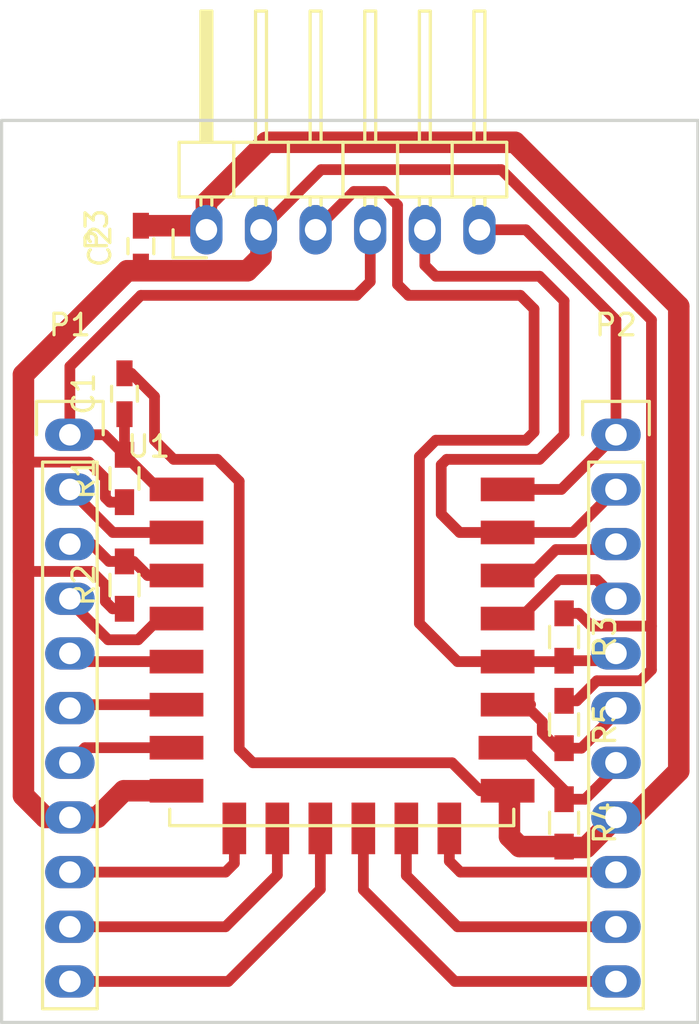
<source format=kicad_pcb>
(kicad_pcb (version 4) (host pcbnew 4.0.2-stable)

  (general
    (links 42)
    (no_connects 1)
    (area 137.131667 81.199999 172.748334 128.980001)
    (thickness 1.6)
    (drawings 4)
    (tracks 176)
    (zones 0)
    (modules 11)
    (nets 23)
  )

  (page A4)
  (layers
    (0 F.Cu signal)
    (31 B.Cu signal)
    (32 B.Adhes user)
    (33 F.Adhes user)
    (34 B.Paste user)
    (35 F.Paste user)
    (36 B.SilkS user)
    (37 F.SilkS user)
    (38 B.Mask user)
    (39 F.Mask user)
    (40 Dwgs.User user)
    (41 Cmts.User user)
    (42 Eco1.User user)
    (43 Eco2.User user)
    (44 Edge.Cuts user)
    (45 Margin user)
    (46 B.CrtYd user)
    (47 F.CrtYd user)
    (48 B.Fab user)
    (49 F.Fab user)
  )

  (setup
    (last_trace_width 0.25)
    (user_trace_width 0.5)
    (user_trace_width 1)
    (trace_clearance 0.2)
    (zone_clearance 0.508)
    (zone_45_only no)
    (trace_min 0.2)
    (segment_width 0.2)
    (edge_width 0.15)
    (via_size 0.6)
    (via_drill 0.4)
    (via_min_size 0.4)
    (via_min_drill 0.3)
    (uvia_size 0.3)
    (uvia_drill 0.1)
    (uvias_allowed no)
    (uvia_min_size 0.2)
    (uvia_min_drill 0.1)
    (pcb_text_width 0.3)
    (pcb_text_size 1.5 1.5)
    (mod_edge_width 0.15)
    (mod_text_size 1 1)
    (mod_text_width 0.15)
    (pad_size 2.3 1.5)
    (pad_drill 1)
    (pad_to_mask_clearance 0.2)
    (aux_axis_origin 0 0)
    (visible_elements 7FFFFFFF)
    (pcbplotparams
      (layerselection 0x00030_80000001)
      (usegerberextensions false)
      (excludeedgelayer true)
      (linewidth 0.100000)
      (plotframeref false)
      (viasonmask false)
      (mode 1)
      (useauxorigin false)
      (hpglpennumber 1)
      (hpglpenspeed 20)
      (hpglpendiameter 15)
      (hpglpenoverlay 2)
      (psnegative false)
      (psa4output false)
      (plotreference true)
      (plotvalue true)
      (plotinvisibletext false)
      (padsonsilk false)
      (subtractmaskfromsilk false)
      (outputformat 1)
      (mirror false)
      (drillshape 1)
      (scaleselection 1)
      (outputdirectory ""))
  )

  (net 0 "")
  (net 1 "Net-(P1-Pad2)")
  (net 2 "Net-(P1-Pad3)")
  (net 3 "Net-(P1-Pad4)")
  (net 4 "Net-(P1-Pad5)")
  (net 5 "Net-(P1-Pad6)")
  (net 6 "Net-(P1-Pad7)")
  (net 7 "Net-(P1-Pad9)")
  (net 8 "Net-(P1-Pad10)")
  (net 9 "Net-(P1-Pad11)")
  (net 10 "Net-(P2-Pad1)")
  (net 11 "Net-(P2-Pad2)")
  (net 12 "Net-(P2-Pad3)")
  (net 13 "Net-(P2-Pad4)")
  (net 14 "Net-(P2-Pad5)")
  (net 15 "Net-(P2-Pad6)")
  (net 16 "Net-(P2-Pad7)")
  (net 17 "Net-(P2-Pad9)")
  (net 18 "Net-(P2-Pad10)")
  (net 19 "Net-(P2-Pad11)")
  (net 20 "Net-(C1-Pad1)")
  (net 21 GND)
  (net 22 VCC)

  (net_class Default "This is the default net class."
    (clearance 0.2)
    (trace_width 0.25)
    (via_dia 0.6)
    (via_drill 0.4)
    (uvia_dia 0.3)
    (uvia_drill 0.1)
    (add_net GND)
    (add_net "Net-(C1-Pad1)")
    (add_net "Net-(P1-Pad10)")
    (add_net "Net-(P1-Pad11)")
    (add_net "Net-(P1-Pad2)")
    (add_net "Net-(P1-Pad3)")
    (add_net "Net-(P1-Pad4)")
    (add_net "Net-(P1-Pad5)")
    (add_net "Net-(P1-Pad6)")
    (add_net "Net-(P1-Pad7)")
    (add_net "Net-(P1-Pad9)")
    (add_net "Net-(P2-Pad1)")
    (add_net "Net-(P2-Pad10)")
    (add_net "Net-(P2-Pad11)")
    (add_net "Net-(P2-Pad2)")
    (add_net "Net-(P2-Pad3)")
    (add_net "Net-(P2-Pad4)")
    (add_net "Net-(P2-Pad5)")
    (add_net "Net-(P2-Pad6)")
    (add_net "Net-(P2-Pad7)")
    (add_net "Net-(P2-Pad9)")
    (add_net VCC)
  )

  (module Pin_Headers:Pin_Header_Straight_1x11 (layer F.Cu) (tedit 584B2DE6) (tstamp 5835CB64)
    (at 142.24 101.6)
    (descr "Through hole pin header")
    (tags "pin header")
    (path /5835C9F9)
    (fp_text reference P1 (at 0 -5.1) (layer F.SilkS)
      (effects (font (size 1 1) (thickness 0.15)))
    )
    (fp_text value CONN_01X11 (at 0 -3.1) (layer F.Fab) hide
      (effects (font (size 1 1) (thickness 0.15)))
    )
    (fp_line (start -1.75 -1.75) (end -1.75 27.15) (layer F.CrtYd) (width 0.05))
    (fp_line (start 1.75 -1.75) (end 1.75 27.15) (layer F.CrtYd) (width 0.05))
    (fp_line (start -1.75 -1.75) (end 1.75 -1.75) (layer F.CrtYd) (width 0.05))
    (fp_line (start -1.75 27.15) (end 1.75 27.15) (layer F.CrtYd) (width 0.05))
    (fp_line (start 1.27 1.27) (end 1.27 26.67) (layer F.SilkS) (width 0.15))
    (fp_line (start 1.27 26.67) (end -1.27 26.67) (layer F.SilkS) (width 0.15))
    (fp_line (start -1.27 26.67) (end -1.27 1.27) (layer F.SilkS) (width 0.15))
    (fp_line (start 1.55 -1.55) (end 1.55 0) (layer F.SilkS) (width 0.15))
    (fp_line (start 1.27 1.27) (end -1.27 1.27) (layer F.SilkS) (width 0.15))
    (fp_line (start -1.55 0) (end -1.55 -1.55) (layer F.SilkS) (width 0.15))
    (fp_line (start -1.55 -1.55) (end 1.55 -1.55) (layer F.SilkS) (width 0.15))
    (pad 1 thru_hole oval (at 0 0) (size 2.3 1.5) (drill 1) (layers *.Cu *.Mask)
      (net 20 "Net-(C1-Pad1)"))
    (pad 2 thru_hole oval (at 0 2.54) (size 2.3 1.5) (drill 1) (layers *.Cu *.Mask)
      (net 1 "Net-(P1-Pad2)"))
    (pad 3 thru_hole oval (at 0 5.08) (size 2.3 1.5) (drill 1) (layers *.Cu *.Mask)
      (net 2 "Net-(P1-Pad3)"))
    (pad 4 thru_hole oval (at 0 7.62) (size 2.3 1.5) (drill 1) (layers *.Cu *.Mask)
      (net 3 "Net-(P1-Pad4)"))
    (pad 5 thru_hole oval (at 0 10.16) (size 2.3 1.5) (drill 1) (layers *.Cu *.Mask)
      (net 4 "Net-(P1-Pad5)"))
    (pad 6 thru_hole oval (at 0 12.7) (size 2.3 1.5) (drill 1) (layers *.Cu *.Mask)
      (net 5 "Net-(P1-Pad6)"))
    (pad 7 thru_hole oval (at 0 15.24) (size 2.3 1.5) (drill 1) (layers *.Cu *.Mask)
      (net 6 "Net-(P1-Pad7)"))
    (pad 8 thru_hole oval (at 0 17.78) (size 2.3 1.5) (drill 1) (layers *.Cu *.Mask)
      (net 22 VCC))
    (pad 9 thru_hole oval (at 0 20.32) (size 2.3 1.5) (drill 1) (layers *.Cu *.Mask)
      (net 7 "Net-(P1-Pad9)"))
    (pad 10 thru_hole oval (at 0 22.86) (size 2.3 1.5) (drill 1) (layers *.Cu *.Mask)
      (net 8 "Net-(P1-Pad10)"))
    (pad 11 thru_hole oval (at 0 25.4) (size 2.3 1.5) (drill 1) (layers *.Cu *.Mask)
      (net 9 "Net-(P1-Pad11)"))
    (model Pin_Headers.3dshapes/Pin_Header_Straight_1x11.wrl
      (at (xyz 0 -0.5 0))
      (scale (xyz 1 1 1))
      (rotate (xyz 0 0 90))
    )
  )

  (module Pin_Headers:Pin_Header_Straight_1x11 (layer F.Cu) (tedit 584B2DEF) (tstamp 5835CB7E)
    (at 167.64 101.6)
    (descr "Through hole pin header")
    (tags "pin header")
    (path /5835C978)
    (fp_text reference P2 (at 0 -5.1) (layer F.SilkS)
      (effects (font (size 1 1) (thickness 0.15)))
    )
    (fp_text value CONN_01X11 (at 0 -3.1) (layer F.Fab) hide
      (effects (font (size 1 1) (thickness 0.15)))
    )
    (fp_line (start -1.75 -1.75) (end -1.75 27.15) (layer F.CrtYd) (width 0.05))
    (fp_line (start 1.75 -1.75) (end 1.75 27.15) (layer F.CrtYd) (width 0.05))
    (fp_line (start -1.75 -1.75) (end 1.75 -1.75) (layer F.CrtYd) (width 0.05))
    (fp_line (start -1.75 27.15) (end 1.75 27.15) (layer F.CrtYd) (width 0.05))
    (fp_line (start 1.27 1.27) (end 1.27 26.67) (layer F.SilkS) (width 0.15))
    (fp_line (start 1.27 26.67) (end -1.27 26.67) (layer F.SilkS) (width 0.15))
    (fp_line (start -1.27 26.67) (end -1.27 1.27) (layer F.SilkS) (width 0.15))
    (fp_line (start 1.55 -1.55) (end 1.55 0) (layer F.SilkS) (width 0.15))
    (fp_line (start 1.27 1.27) (end -1.27 1.27) (layer F.SilkS) (width 0.15))
    (fp_line (start -1.55 0) (end -1.55 -1.55) (layer F.SilkS) (width 0.15))
    (fp_line (start -1.55 -1.55) (end 1.55 -1.55) (layer F.SilkS) (width 0.15))
    (pad 1 thru_hole oval (at 0 0) (size 2.3 1.5) (drill 1) (layers *.Cu *.Mask)
      (net 10 "Net-(P2-Pad1)"))
    (pad 2 thru_hole oval (at 0 2.54) (size 2.3 1.5) (drill 1) (layers *.Cu *.Mask)
      (net 11 "Net-(P2-Pad2)"))
    (pad 3 thru_hole oval (at 0 5.08) (size 2.3 1.5) (drill 1) (layers *.Cu *.Mask)
      (net 12 "Net-(P2-Pad3)"))
    (pad 4 thru_hole oval (at 0 7.62) (size 2.3 1.5) (drill 1) (layers *.Cu *.Mask)
      (net 13 "Net-(P2-Pad4)"))
    (pad 5 thru_hole oval (at 0 10.16) (size 2.3 1.5) (drill 1) (layers *.Cu *.Mask)
      (net 14 "Net-(P2-Pad5)"))
    (pad 6 thru_hole oval (at 0 12.7) (size 2.3 1.5) (drill 1) (layers *.Cu *.Mask)
      (net 15 "Net-(P2-Pad6)"))
    (pad 7 thru_hole oval (at 0 15.24) (size 2.3 1.5) (drill 1) (layers *.Cu *.Mask)
      (net 16 "Net-(P2-Pad7)"))
    (pad 8 thru_hole oval (at 0 17.78) (size 2.3 1.5) (drill 1) (layers *.Cu *.Mask)
      (net 21 GND))
    (pad 9 thru_hole oval (at 0 20.32) (size 2.3 1.5) (drill 1) (layers *.Cu *.Mask)
      (net 17 "Net-(P2-Pad9)"))
    (pad 10 thru_hole oval (at 0 22.86) (size 2.3 1.5) (drill 1) (layers *.Cu *.Mask)
      (net 18 "Net-(P2-Pad10)"))
    (pad 11 thru_hole oval (at 0 25.4) (size 2.3 1.5) (drill 1) (layers *.Cu *.Mask)
      (net 19 "Net-(P2-Pad11)"))
    (model Pin_Headers.3dshapes/Pin_Header_Straight_1x11.wrl
      (at (xyz 0 -0.5 0))
      (scale (xyz 1 1 1))
      (rotate (xyz 0 0 90))
    )
  )

  (module suf_module:ESP-12E (layer F.Cu) (tedit 5835C918) (tstamp 5835CBAC)
    (at 147.9 104.14)
    (descr "Module, ESP-8266, ESP-12, 16 pad, SMD")
    (tags "Module ESP-8266 ESP8266")
    (path /5835C869)
    (fp_text reference U1 (at -2 -2) (layer F.SilkS)
      (effects (font (size 1 1) (thickness 0.15)))
    )
    (fp_text value ESP12E (at 8 1) (layer F.Fab)
      (effects (font (size 1 1) (thickness 0.15)))
    )
    (fp_line (start -2.25 -0.5) (end -2.25 -8.75) (layer F.CrtYd) (width 0.05))
    (fp_line (start -2.25 -8.75) (end 15.25 -8.75) (layer F.CrtYd) (width 0.05))
    (fp_line (start 15.25 -8.75) (end 16.25 -8.75) (layer F.CrtYd) (width 0.05))
    (fp_line (start 16.25 -8.75) (end 16.25 16) (layer F.CrtYd) (width 0.05))
    (fp_line (start 16.25 16) (end -2.25 16) (layer F.CrtYd) (width 0.05))
    (fp_line (start -2.25 16) (end -2.25 -0.5) (layer F.CrtYd) (width 0.05))
    (fp_line (start -1.016 -8.382) (end 14.986 -8.382) (layer F.CrtYd) (width 0.1524))
    (fp_line (start 14.986 -8.382) (end 14.986 -0.889) (layer F.CrtYd) (width 0.1524))
    (fp_line (start -1.016 -8.382) (end -1.016 -1.016) (layer F.CrtYd) (width 0.1524))
    (fp_line (start -1.016 14.859) (end -1.016 15.621) (layer F.SilkS) (width 0.1524))
    (fp_line (start -1.016 15.621) (end 14.986 15.621) (layer F.SilkS) (width 0.1524))
    (fp_line (start 14.986 15.621) (end 14.986 14.859) (layer F.SilkS) (width 0.1524))
    (fp_line (start 14.992 -8.4) (end -1.008 -2.6) (layer F.CrtYd) (width 0.1524))
    (fp_line (start -1.008 -8.4) (end 14.992 -2.6) (layer F.CrtYd) (width 0.1524))
    (fp_text user "No Copper" (at 6.892 -5.4) (layer F.CrtYd)
      (effects (font (size 1 1) (thickness 0.15)))
    )
    (fp_line (start -1.008 -2.6) (end 14.992 -2.6) (layer F.CrtYd) (width 0.1524))
    (fp_line (start 15 -8.4) (end 15 15.6) (layer F.Fab) (width 0.05))
    (fp_line (start 14.992 15.6) (end -1.008 15.6) (layer F.Fab) (width 0.05))
    (fp_line (start -1.008 15.6) (end -1.008 -8.4) (layer F.Fab) (width 0.05))
    (fp_line (start -1.008 -8.4) (end 14.992 -8.4) (layer F.Fab) (width 0.05))
    (pad 1 smd rect (at 0 0) (size 2.5 1.1) (drill (offset -0.7 0)) (layers F.Cu F.Paste F.Mask)
      (net 20 "Net-(C1-Pad1)"))
    (pad 2 smd rect (at 0 2) (size 2.5 1.1) (drill (offset -0.7 0)) (layers F.Cu F.Paste F.Mask)
      (net 1 "Net-(P1-Pad2)"))
    (pad 3 smd rect (at 0 4) (size 2.5 1.1) (drill (offset -0.7 0)) (layers F.Cu F.Paste F.Mask)
      (net 2 "Net-(P1-Pad3)"))
    (pad 4 smd rect (at 0 6) (size 2.5 1.1) (drill (offset -0.7 0)) (layers F.Cu F.Paste F.Mask)
      (net 3 "Net-(P1-Pad4)"))
    (pad 5 smd rect (at 0 8) (size 2.5 1.1) (drill (offset -0.7 0)) (layers F.Cu F.Paste F.Mask)
      (net 4 "Net-(P1-Pad5)"))
    (pad 6 smd rect (at 0 10) (size 2.5 1.1) (drill (offset -0.7 0)) (layers F.Cu F.Paste F.Mask)
      (net 5 "Net-(P1-Pad6)"))
    (pad 7 smd rect (at 0 12) (size 2.5 1.1) (drill (offset -0.7 0)) (layers F.Cu F.Paste F.Mask)
      (net 6 "Net-(P1-Pad7)"))
    (pad 8 smd rect (at 0 14) (size 2.5 1.1) (drill (offset -0.7 0)) (layers F.Cu F.Paste F.Mask)
      (net 22 VCC))
    (pad 17 smd rect (at 1.99 15.75 90) (size 2.4 1.1) (layers F.Cu F.Paste F.Mask)
      (net 7 "Net-(P1-Pad9)"))
    (pad 18 smd rect (at 3.99 15.75 90) (size 2.4 1.1) (layers F.Cu F.Paste F.Mask)
      (net 8 "Net-(P1-Pad10)"))
    (pad 19 smd rect (at 5.99 15.75 90) (size 2.4 1.1) (layers F.Cu F.Paste F.Mask)
      (net 9 "Net-(P1-Pad11)"))
    (pad 20 smd rect (at 7.99 15.75 90) (size 2.4 1.1) (layers F.Cu F.Paste F.Mask)
      (net 19 "Net-(P2-Pad11)"))
    (pad 21 smd rect (at 9.99 15.75 90) (size 2.4 1.1) (layers F.Cu F.Paste F.Mask)
      (net 18 "Net-(P2-Pad10)"))
    (pad 22 smd rect (at 11.99 15.75 90) (size 2.4 1.1) (layers F.Cu F.Paste F.Mask)
      (net 17 "Net-(P2-Pad9)"))
    (pad 9 smd rect (at 14 14) (size 2.5 1.1) (drill (offset 0.7 0)) (layers F.Cu F.Paste F.Mask)
      (net 21 GND))
    (pad 10 smd rect (at 14 12) (size 2.5 1.1) (drill (offset 0.6 0)) (layers F.Cu F.Paste F.Mask)
      (net 16 "Net-(P2-Pad7)"))
    (pad 11 smd rect (at 14 10) (size 2.5 1.1) (drill (offset 0.7 0)) (layers F.Cu F.Paste F.Mask)
      (net 15 "Net-(P2-Pad6)"))
    (pad 12 smd rect (at 14 8) (size 2.5 1.1) (drill (offset 0.7 0)) (layers F.Cu F.Paste F.Mask)
      (net 14 "Net-(P2-Pad5)"))
    (pad 13 smd rect (at 14 6) (size 2.5 1.1) (drill (offset 0.7 0)) (layers F.Cu F.Paste F.Mask)
      (net 13 "Net-(P2-Pad4)"))
    (pad 14 smd rect (at 14 4) (size 2.5 1.1) (drill (offset 0.7 0)) (layers F.Cu F.Paste F.Mask)
      (net 12 "Net-(P2-Pad3)"))
    (pad 15 smd rect (at 14 2) (size 2.5 1.1) (drill (offset 0.7 0)) (layers F.Cu F.Paste F.Mask)
      (net 11 "Net-(P2-Pad2)"))
    (pad 16 smd rect (at 14 0) (size 2.5 1.1) (drill (offset 0.7 0)) (layers F.Cu F.Paste F.Mask)
      (net 10 "Net-(P2-Pad1)"))
    (model ${ESPLIB}/ESP8266.3dshapes/ESP-12.wrl
      (at (xyz 0.04 0 0))
      (scale (xyz 0.3937 0.3937 0.3937))
      (rotate (xyz 0 0 0))
    )
  )

  (module Capacitors_SMD:C_0603_HandSoldering (layer F.Cu) (tedit 541A9B4D) (tstamp 5835D395)
    (at 144.78 99.695 90)
    (descr "Capacitor SMD 0603, hand soldering")
    (tags "capacitor 0603")
    (path /5835D719)
    (attr smd)
    (fp_text reference C1 (at 0 -1.9 90) (layer F.SilkS)
      (effects (font (size 1 1) (thickness 0.15)))
    )
    (fp_text value 470pF (at 0 1.9 90) (layer F.Fab)
      (effects (font (size 1 1) (thickness 0.15)))
    )
    (fp_line (start -0.8 0.4) (end -0.8 -0.4) (layer F.Fab) (width 0.15))
    (fp_line (start 0.8 0.4) (end -0.8 0.4) (layer F.Fab) (width 0.15))
    (fp_line (start 0.8 -0.4) (end 0.8 0.4) (layer F.Fab) (width 0.15))
    (fp_line (start -0.8 -0.4) (end 0.8 -0.4) (layer F.Fab) (width 0.15))
    (fp_line (start -1.85 -0.75) (end 1.85 -0.75) (layer F.CrtYd) (width 0.05))
    (fp_line (start -1.85 0.75) (end 1.85 0.75) (layer F.CrtYd) (width 0.05))
    (fp_line (start -1.85 -0.75) (end -1.85 0.75) (layer F.CrtYd) (width 0.05))
    (fp_line (start 1.85 -0.75) (end 1.85 0.75) (layer F.CrtYd) (width 0.05))
    (fp_line (start -0.35 -0.6) (end 0.35 -0.6) (layer F.SilkS) (width 0.15))
    (fp_line (start 0.35 0.6) (end -0.35 0.6) (layer F.SilkS) (width 0.15))
    (pad 1 smd rect (at -0.95 0 90) (size 1.2 0.75) (layers F.Cu F.Paste F.Mask)
      (net 20 "Net-(C1-Pad1)"))
    (pad 2 smd rect (at 0.95 0 90) (size 1.2 0.75) (layers F.Cu F.Paste F.Mask)
      (net 21 GND))
    (model Capacitors_SMD.3dshapes/C_0603_HandSoldering.wrl
      (at (xyz 0 0 0))
      (scale (xyz 1 1 1))
      (rotate (xyz 0 0 0))
    )
  )

  (module Capacitors_SMD:C_0603_HandSoldering (layer F.Cu) (tedit 541A9B4D) (tstamp 5835D3A5)
    (at 145.542 92.837 90)
    (descr "Capacitor SMD 0603, hand soldering")
    (tags "capacitor 0603")
    (path /5835D7AA)
    (attr smd)
    (fp_text reference C2 (at 0 -1.9 90) (layer F.SilkS)
      (effects (font (size 1 1) (thickness 0.15)))
    )
    (fp_text value 1uF/6.3V (at 0 1.9 90) (layer F.Fab)
      (effects (font (size 1 1) (thickness 0.15)))
    )
    (fp_line (start -0.8 0.4) (end -0.8 -0.4) (layer F.Fab) (width 0.15))
    (fp_line (start 0.8 0.4) (end -0.8 0.4) (layer F.Fab) (width 0.15))
    (fp_line (start 0.8 -0.4) (end 0.8 0.4) (layer F.Fab) (width 0.15))
    (fp_line (start -0.8 -0.4) (end 0.8 -0.4) (layer F.Fab) (width 0.15))
    (fp_line (start -1.85 -0.75) (end 1.85 -0.75) (layer F.CrtYd) (width 0.05))
    (fp_line (start -1.85 0.75) (end 1.85 0.75) (layer F.CrtYd) (width 0.05))
    (fp_line (start -1.85 -0.75) (end -1.85 0.75) (layer F.CrtYd) (width 0.05))
    (fp_line (start 1.85 -0.75) (end 1.85 0.75) (layer F.CrtYd) (width 0.05))
    (fp_line (start -0.35 -0.6) (end 0.35 -0.6) (layer F.SilkS) (width 0.15))
    (fp_line (start 0.35 0.6) (end -0.35 0.6) (layer F.SilkS) (width 0.15))
    (pad 1 smd rect (at -0.95 0 90) (size 1.2 0.75) (layers F.Cu F.Paste F.Mask)
      (net 22 VCC))
    (pad 2 smd rect (at 0.95 0 90) (size 1.2 0.75) (layers F.Cu F.Paste F.Mask)
      (net 21 GND))
    (model Capacitors_SMD.3dshapes/C_0603_HandSoldering.wrl
      (at (xyz 0 0 0))
      (scale (xyz 1 1 1))
      (rotate (xyz 0 0 0))
    )
  )

  (module Pin_Headers:Pin_Header_Angled_1x06 (layer F.Cu) (tedit 5835D823) (tstamp 5835D3F0)
    (at 148.59 92.075 90)
    (descr "Through hole pin header")
    (tags "pin header")
    (path /5835D014)
    (fp_text reference P3 (at 0 -5.1 90) (layer F.SilkS)
      (effects (font (size 1 1) (thickness 0.15)))
    )
    (fp_text value CONN_01X06 (at 0 -3.1 90) (layer F.Fab)
      (effects (font (size 1 1) (thickness 0.15)))
    )
    (fp_line (start -1.5 -1.75) (end -1.5 14.45) (layer F.CrtYd) (width 0.05))
    (fp_line (start 10.65 -1.75) (end 10.65 14.45) (layer F.CrtYd) (width 0.05))
    (fp_line (start -1.5 -1.75) (end 10.65 -1.75) (layer F.CrtYd) (width 0.05))
    (fp_line (start -1.5 14.45) (end 10.65 14.45) (layer F.CrtYd) (width 0.05))
    (fp_line (start -1.3 -1.55) (end -1.3 0) (layer F.SilkS) (width 0.15))
    (fp_line (start 0 -1.55) (end -1.3 -1.55) (layer F.SilkS) (width 0.15))
    (fp_line (start 4.191 -0.127) (end 10.033 -0.127) (layer F.SilkS) (width 0.15))
    (fp_line (start 10.033 -0.127) (end 10.033 0.127) (layer F.SilkS) (width 0.15))
    (fp_line (start 10.033 0.127) (end 4.191 0.127) (layer F.SilkS) (width 0.15))
    (fp_line (start 4.191 0.127) (end 4.191 0) (layer F.SilkS) (width 0.15))
    (fp_line (start 4.191 0) (end 10.033 0) (layer F.SilkS) (width 0.15))
    (fp_line (start 1.524 -0.254) (end 1.143 -0.254) (layer F.SilkS) (width 0.15))
    (fp_line (start 1.524 0.254) (end 1.143 0.254) (layer F.SilkS) (width 0.15))
    (fp_line (start 1.524 2.286) (end 1.143 2.286) (layer F.SilkS) (width 0.15))
    (fp_line (start 1.524 2.794) (end 1.143 2.794) (layer F.SilkS) (width 0.15))
    (fp_line (start 1.524 4.826) (end 1.143 4.826) (layer F.SilkS) (width 0.15))
    (fp_line (start 1.524 5.334) (end 1.143 5.334) (layer F.SilkS) (width 0.15))
    (fp_line (start 1.524 12.954) (end 1.143 12.954) (layer F.SilkS) (width 0.15))
    (fp_line (start 1.524 12.446) (end 1.143 12.446) (layer F.SilkS) (width 0.15))
    (fp_line (start 1.524 10.414) (end 1.143 10.414) (layer F.SilkS) (width 0.15))
    (fp_line (start 1.524 9.906) (end 1.143 9.906) (layer F.SilkS) (width 0.15))
    (fp_line (start 1.524 7.874) (end 1.143 7.874) (layer F.SilkS) (width 0.15))
    (fp_line (start 1.524 7.366) (end 1.143 7.366) (layer F.SilkS) (width 0.15))
    (fp_line (start 1.524 -1.27) (end 4.064 -1.27) (layer F.SilkS) (width 0.15))
    (fp_line (start 1.524 1.27) (end 4.064 1.27) (layer F.SilkS) (width 0.15))
    (fp_line (start 1.524 1.27) (end 1.524 3.81) (layer F.SilkS) (width 0.15))
    (fp_line (start 1.524 3.81) (end 4.064 3.81) (layer F.SilkS) (width 0.15))
    (fp_line (start 4.064 2.286) (end 10.16 2.286) (layer F.SilkS) (width 0.15))
    (fp_line (start 10.16 2.286) (end 10.16 2.794) (layer F.SilkS) (width 0.15))
    (fp_line (start 10.16 2.794) (end 4.064 2.794) (layer F.SilkS) (width 0.15))
    (fp_line (start 4.064 3.81) (end 4.064 1.27) (layer F.SilkS) (width 0.15))
    (fp_line (start 4.064 1.27) (end 4.064 -1.27) (layer F.SilkS) (width 0.15))
    (fp_line (start 10.16 0.254) (end 4.064 0.254) (layer F.SilkS) (width 0.15))
    (fp_line (start 10.16 -0.254) (end 10.16 0.254) (layer F.SilkS) (width 0.15))
    (fp_line (start 4.064 -0.254) (end 10.16 -0.254) (layer F.SilkS) (width 0.15))
    (fp_line (start 1.524 1.27) (end 4.064 1.27) (layer F.SilkS) (width 0.15))
    (fp_line (start 1.524 -1.27) (end 1.524 1.27) (layer F.SilkS) (width 0.15))
    (fp_line (start 1.524 8.89) (end 4.064 8.89) (layer F.SilkS) (width 0.15))
    (fp_line (start 1.524 8.89) (end 1.524 11.43) (layer F.SilkS) (width 0.15))
    (fp_line (start 1.524 11.43) (end 4.064 11.43) (layer F.SilkS) (width 0.15))
    (fp_line (start 4.064 9.906) (end 10.16 9.906) (layer F.SilkS) (width 0.15))
    (fp_line (start 10.16 9.906) (end 10.16 10.414) (layer F.SilkS) (width 0.15))
    (fp_line (start 10.16 10.414) (end 4.064 10.414) (layer F.SilkS) (width 0.15))
    (fp_line (start 4.064 11.43) (end 4.064 8.89) (layer F.SilkS) (width 0.15))
    (fp_line (start 4.064 13.97) (end 4.064 11.43) (layer F.SilkS) (width 0.15))
    (fp_line (start 10.16 12.954) (end 4.064 12.954) (layer F.SilkS) (width 0.15))
    (fp_line (start 10.16 12.446) (end 10.16 12.954) (layer F.SilkS) (width 0.15))
    (fp_line (start 4.064 12.446) (end 10.16 12.446) (layer F.SilkS) (width 0.15))
    (fp_line (start 1.524 13.97) (end 4.064 13.97) (layer F.SilkS) (width 0.15))
    (fp_line (start 1.524 11.43) (end 1.524 13.97) (layer F.SilkS) (width 0.15))
    (fp_line (start 1.524 11.43) (end 4.064 11.43) (layer F.SilkS) (width 0.15))
    (fp_line (start 1.524 6.35) (end 4.064 6.35) (layer F.SilkS) (width 0.15))
    (fp_line (start 1.524 6.35) (end 1.524 8.89) (layer F.SilkS) (width 0.15))
    (fp_line (start 1.524 8.89) (end 4.064 8.89) (layer F.SilkS) (width 0.15))
    (fp_line (start 4.064 7.366) (end 10.16 7.366) (layer F.SilkS) (width 0.15))
    (fp_line (start 10.16 7.366) (end 10.16 7.874) (layer F.SilkS) (width 0.15))
    (fp_line (start 10.16 7.874) (end 4.064 7.874) (layer F.SilkS) (width 0.15))
    (fp_line (start 4.064 8.89) (end 4.064 6.35) (layer F.SilkS) (width 0.15))
    (fp_line (start 4.064 6.35) (end 4.064 3.81) (layer F.SilkS) (width 0.15))
    (fp_line (start 10.16 5.334) (end 4.064 5.334) (layer F.SilkS) (width 0.15))
    (fp_line (start 10.16 4.826) (end 10.16 5.334) (layer F.SilkS) (width 0.15))
    (fp_line (start 4.064 4.826) (end 10.16 4.826) (layer F.SilkS) (width 0.15))
    (fp_line (start 1.524 6.35) (end 4.064 6.35) (layer F.SilkS) (width 0.15))
    (fp_line (start 1.524 3.81) (end 1.524 6.35) (layer F.SilkS) (width 0.15))
    (fp_line (start 1.524 3.81) (end 4.064 3.81) (layer F.SilkS) (width 0.15))
    (pad 1 thru_hole oval (at 0 0 90) (size 2.3 1.5) (drill 1) (layers *.Cu *.Mask)
      (net 21 GND))
    (pad 2 thru_hole oval (at 0 2.54 90) (size 2.3 1.5) (drill 1) (layers *.Cu *.Mask)
      (net 22 VCC))
    (pad 3 thru_hole oval (at 0 5.08 90) (size 2.3 1.5) (drill 1) (layers *.Cu *.Mask)
      (net 14 "Net-(P2-Pad5)"))
    (pad 4 thru_hole oval (at 0 7.62 90) (size 2.3 1.5) (drill 1) (layers *.Cu *.Mask)
      (net 20 "Net-(C1-Pad1)"))
    (pad 5 thru_hole oval (at 0 10.16 90) (size 2.3 1.5) (drill 1) (layers *.Cu *.Mask)
      (net 11 "Net-(P2-Pad2)"))
    (pad 6 thru_hole oval (at 0 12.7 90) (size 2.3 1.5) (drill 1) (layers *.Cu *.Mask)
      (net 10 "Net-(P2-Pad1)"))
    (model Pin_Headers.3dshapes/Pin_Header_Angled_1x06.wrl
      (at (xyz 0 -0.25 0))
      (scale (xyz 1 1 1))
      (rotate (xyz 0 0 90))
    )
  )

  (module Resistors_SMD:R_0603_HandSoldering (layer F.Cu) (tedit 58307AEF) (tstamp 5835D400)
    (at 144.78 103.632 90)
    (descr "Resistor SMD 0603, hand soldering")
    (tags "resistor 0603")
    (path /5835D4C2)
    (attr smd)
    (fp_text reference R1 (at 0 -1.9 90) (layer F.SilkS)
      (effects (font (size 1 1) (thickness 0.15)))
    )
    (fp_text value 12K (at 0 1.9 90) (layer F.Fab)
      (effects (font (size 1 1) (thickness 0.15)))
    )
    (fp_line (start -0.8 0.4) (end -0.8 -0.4) (layer F.Fab) (width 0.1))
    (fp_line (start 0.8 0.4) (end -0.8 0.4) (layer F.Fab) (width 0.1))
    (fp_line (start 0.8 -0.4) (end 0.8 0.4) (layer F.Fab) (width 0.1))
    (fp_line (start -0.8 -0.4) (end 0.8 -0.4) (layer F.Fab) (width 0.1))
    (fp_line (start -2 -0.8) (end 2 -0.8) (layer F.CrtYd) (width 0.05))
    (fp_line (start -2 0.8) (end 2 0.8) (layer F.CrtYd) (width 0.05))
    (fp_line (start -2 -0.8) (end -2 0.8) (layer F.CrtYd) (width 0.05))
    (fp_line (start 2 -0.8) (end 2 0.8) (layer F.CrtYd) (width 0.05))
    (fp_line (start 0.5 0.675) (end -0.5 0.675) (layer F.SilkS) (width 0.15))
    (fp_line (start -0.5 -0.675) (end 0.5 -0.675) (layer F.SilkS) (width 0.15))
    (pad 1 smd rect (at -1.1 0 90) (size 1.2 0.9) (layers F.Cu F.Paste F.Mask)
      (net 22 VCC))
    (pad 2 smd rect (at 1.1 0 90) (size 1.2 0.9) (layers F.Cu F.Paste F.Mask)
      (net 20 "Net-(C1-Pad1)"))
    (model Resistors_SMD.3dshapes/R_0603_HandSoldering.wrl
      (at (xyz 0 0 0))
      (scale (xyz 1 1 1))
      (rotate (xyz 0 0 0))
    )
  )

  (module Resistors_SMD:R_0603_HandSoldering (layer F.Cu) (tedit 58307AEF) (tstamp 5835D410)
    (at 144.78 108.585 90)
    (descr "Resistor SMD 0603, hand soldering")
    (tags "resistor 0603")
    (path /5835D57D)
    (attr smd)
    (fp_text reference R2 (at 0 -1.9 90) (layer F.SilkS)
      (effects (font (size 1 1) (thickness 0.15)))
    )
    (fp_text value 12K (at 0 1.9 90) (layer F.Fab)
      (effects (font (size 1 1) (thickness 0.15)))
    )
    (fp_line (start -0.8 0.4) (end -0.8 -0.4) (layer F.Fab) (width 0.1))
    (fp_line (start 0.8 0.4) (end -0.8 0.4) (layer F.Fab) (width 0.1))
    (fp_line (start 0.8 -0.4) (end 0.8 0.4) (layer F.Fab) (width 0.1))
    (fp_line (start -0.8 -0.4) (end 0.8 -0.4) (layer F.Fab) (width 0.1))
    (fp_line (start -2 -0.8) (end 2 -0.8) (layer F.CrtYd) (width 0.05))
    (fp_line (start -2 0.8) (end 2 0.8) (layer F.CrtYd) (width 0.05))
    (fp_line (start -2 -0.8) (end -2 0.8) (layer F.CrtYd) (width 0.05))
    (fp_line (start 2 -0.8) (end 2 0.8) (layer F.CrtYd) (width 0.05))
    (fp_line (start 0.5 0.675) (end -0.5 0.675) (layer F.SilkS) (width 0.15))
    (fp_line (start -0.5 -0.675) (end 0.5 -0.675) (layer F.SilkS) (width 0.15))
    (pad 1 smd rect (at -1.1 0 90) (size 1.2 0.9) (layers F.Cu F.Paste F.Mask)
      (net 22 VCC))
    (pad 2 smd rect (at 1.1 0 90) (size 1.2 0.9) (layers F.Cu F.Paste F.Mask)
      (net 2 "Net-(P1-Pad3)"))
    (model Resistors_SMD.3dshapes/R_0603_HandSoldering.wrl
      (at (xyz 0 0 0))
      (scale (xyz 1 1 1))
      (rotate (xyz 0 0 0))
    )
  )

  (module Resistors_SMD:R_0603_HandSoldering (layer F.Cu) (tedit 58307AEF) (tstamp 5835D420)
    (at 165.227 110.998 270)
    (descr "Resistor SMD 0603, hand soldering")
    (tags "resistor 0603")
    (path /5835D2D9)
    (attr smd)
    (fp_text reference R3 (at 0 -1.9 270) (layer F.SilkS)
      (effects (font (size 1 1) (thickness 0.15)))
    )
    (fp_text value 12K (at 0 1.9 270) (layer F.Fab)
      (effects (font (size 1 1) (thickness 0.15)))
    )
    (fp_line (start -0.8 0.4) (end -0.8 -0.4) (layer F.Fab) (width 0.1))
    (fp_line (start 0.8 0.4) (end -0.8 0.4) (layer F.Fab) (width 0.1))
    (fp_line (start 0.8 -0.4) (end 0.8 0.4) (layer F.Fab) (width 0.1))
    (fp_line (start -0.8 -0.4) (end 0.8 -0.4) (layer F.Fab) (width 0.1))
    (fp_line (start -2 -0.8) (end 2 -0.8) (layer F.CrtYd) (width 0.05))
    (fp_line (start -2 0.8) (end 2 0.8) (layer F.CrtYd) (width 0.05))
    (fp_line (start -2 -0.8) (end -2 0.8) (layer F.CrtYd) (width 0.05))
    (fp_line (start 2 -0.8) (end 2 0.8) (layer F.CrtYd) (width 0.05))
    (fp_line (start 0.5 0.675) (end -0.5 0.675) (layer F.SilkS) (width 0.15))
    (fp_line (start -0.5 -0.675) (end 0.5 -0.675) (layer F.SilkS) (width 0.15))
    (pad 1 smd rect (at -1.1 0 270) (size 1.2 0.9) (layers F.Cu F.Paste F.Mask)
      (net 22 VCC))
    (pad 2 smd rect (at 1.1 0 270) (size 1.2 0.9) (layers F.Cu F.Paste F.Mask)
      (net 14 "Net-(P2-Pad5)"))
    (model Resistors_SMD.3dshapes/R_0603_HandSoldering.wrl
      (at (xyz 0 0 0))
      (scale (xyz 1 1 1))
      (rotate (xyz 0 0 0))
    )
  )

  (module Resistors_SMD:R_0603_HandSoldering (layer F.Cu) (tedit 58307AEF) (tstamp 5835D430)
    (at 165.227 119.634 270)
    (descr "Resistor SMD 0603, hand soldering")
    (tags "resistor 0603")
    (path /5835D60D)
    (attr smd)
    (fp_text reference R4 (at 0 -1.9 270) (layer F.SilkS)
      (effects (font (size 1 1) (thickness 0.15)))
    )
    (fp_text value 12K (at 0 1.9 270) (layer F.Fab)
      (effects (font (size 1 1) (thickness 0.15)))
    )
    (fp_line (start -0.8 0.4) (end -0.8 -0.4) (layer F.Fab) (width 0.1))
    (fp_line (start 0.8 0.4) (end -0.8 0.4) (layer F.Fab) (width 0.1))
    (fp_line (start 0.8 -0.4) (end 0.8 0.4) (layer F.Fab) (width 0.1))
    (fp_line (start -0.8 -0.4) (end 0.8 -0.4) (layer F.Fab) (width 0.1))
    (fp_line (start -2 -0.8) (end 2 -0.8) (layer F.CrtYd) (width 0.05))
    (fp_line (start -2 0.8) (end 2 0.8) (layer F.CrtYd) (width 0.05))
    (fp_line (start -2 -0.8) (end -2 0.8) (layer F.CrtYd) (width 0.05))
    (fp_line (start 2 -0.8) (end 2 0.8) (layer F.CrtYd) (width 0.05))
    (fp_line (start 0.5 0.675) (end -0.5 0.675) (layer F.SilkS) (width 0.15))
    (fp_line (start -0.5 -0.675) (end 0.5 -0.675) (layer F.SilkS) (width 0.15))
    (pad 1 smd rect (at -1.1 0 270) (size 1.2 0.9) (layers F.Cu F.Paste F.Mask)
      (net 16 "Net-(P2-Pad7)"))
    (pad 2 smd rect (at 1.1 0 270) (size 1.2 0.9) (layers F.Cu F.Paste F.Mask)
      (net 21 GND))
    (model Resistors_SMD.3dshapes/R_0603_HandSoldering.wrl
      (at (xyz 0 0 0))
      (scale (xyz 1 1 1))
      (rotate (xyz 0 0 0))
    )
  )

  (module Resistors_SMD:R_0603_HandSoldering (layer F.Cu) (tedit 58307AEF) (tstamp 5835D440)
    (at 165.227 115.062 270)
    (descr "Resistor SMD 0603, hand soldering")
    (tags "resistor 0603")
    (path /5835D486)
    (attr smd)
    (fp_text reference R5 (at 0 -1.9 270) (layer F.SilkS)
      (effects (font (size 1 1) (thickness 0.15)))
    )
    (fp_text value 12K (at 0 1.9 270) (layer F.Fab)
      (effects (font (size 1 1) (thickness 0.15)))
    )
    (fp_line (start -0.8 0.4) (end -0.8 -0.4) (layer F.Fab) (width 0.1))
    (fp_line (start 0.8 0.4) (end -0.8 0.4) (layer F.Fab) (width 0.1))
    (fp_line (start 0.8 -0.4) (end 0.8 0.4) (layer F.Fab) (width 0.1))
    (fp_line (start -0.8 -0.4) (end 0.8 -0.4) (layer F.Fab) (width 0.1))
    (fp_line (start -2 -0.8) (end 2 -0.8) (layer F.CrtYd) (width 0.05))
    (fp_line (start -2 0.8) (end 2 0.8) (layer F.CrtYd) (width 0.05))
    (fp_line (start -2 -0.8) (end -2 0.8) (layer F.CrtYd) (width 0.05))
    (fp_line (start 2 -0.8) (end 2 0.8) (layer F.CrtYd) (width 0.05))
    (fp_line (start 0.5 0.675) (end -0.5 0.675) (layer F.SilkS) (width 0.15))
    (fp_line (start -0.5 -0.675) (end 0.5 -0.675) (layer F.SilkS) (width 0.15))
    (pad 1 smd rect (at -1.1 0 270) (size 1.2 0.9) (layers F.Cu F.Paste F.Mask)
      (net 22 VCC))
    (pad 2 smd rect (at 1.1 0 270) (size 1.2 0.9) (layers F.Cu F.Paste F.Mask)
      (net 15 "Net-(P2-Pad6)"))
    (model Resistors_SMD.3dshapes/R_0603_HandSoldering.wrl
      (at (xyz 0 0 0))
      (scale (xyz 1 1 1))
      (rotate (xyz 0 0 0))
    )
  )

  (gr_line (start 139.065 128.905) (end 171.45 128.905) (angle 90) (layer Edge.Cuts) (width 0.15))
  (gr_line (start 139.065 86.995) (end 139.065 128.905) (angle 90) (layer Edge.Cuts) (width 0.15))
  (gr_line (start 171.45 86.995) (end 139.065 86.995) (angle 90) (layer Edge.Cuts) (width 0.15))
  (gr_line (start 171.45 128.905) (end 171.45 86.995) (angle 90) (layer Edge.Cuts) (width 0.15))

  (segment (start 147.9 106.14) (end 144.24 106.14) (width 0.5) (layer F.Cu) (net 1))
  (segment (start 144.24 106.14) (end 142.24 104.14) (width 0.5) (layer F.Cu) (net 1) (tstamp 5835CD2E))
  (segment (start 144.78 107.485) (end 145.204 107.485) (width 0.5) (layer F.Cu) (net 2))
  (segment (start 145.204 107.485) (end 145.859 108.14) (width 0.5) (layer F.Cu) (net 2) (tstamp 58366916))
  (segment (start 145.859 108.14) (end 147.9 108.14) (width 0.5) (layer F.Cu) (net 2) (tstamp 5836691B))
  (segment (start 142.24 106.68) (end 142.875 106.68) (width 0.5) (layer F.Cu) (net 2))
  (segment (start 143.256 106.68) (end 144.061 107.485) (width 0.5) (layer F.Cu) (net 2) (tstamp 5836690E))
  (segment (start 144.061 107.485) (end 144.78 107.485) (width 0.5) (layer F.Cu) (net 2) (tstamp 58366913))
  (segment (start 142.24 109.22) (end 142.24 109.347) (width 0.5) (layer F.Cu) (net 3))
  (segment (start 142.24 109.347) (end 144.018 111.125) (width 0.5) (layer F.Cu) (net 3) (tstamp 58366944))
  (segment (start 144.018 111.125) (end 145.415 111.125) (width 0.5) (layer F.Cu) (net 3) (tstamp 58366949))
  (segment (start 145.415 111.125) (end 146.4 110.14) (width 0.5) (layer F.Cu) (net 3) (tstamp 58366955))
  (segment (start 146.4 110.14) (end 147.9 110.14) (width 0.5) (layer F.Cu) (net 3) (tstamp 58366964))
  (segment (start 147.9 112.14) (end 142.62 112.14) (width 0.5) (layer F.Cu) (net 4))
  (segment (start 142.62 112.14) (end 142.24 111.76) (width 0.5) (layer F.Cu) (net 4) (tstamp 5835CD22))
  (segment (start 147.9 114.14) (end 142.4 114.14) (width 0.5) (layer F.Cu) (net 5))
  (segment (start 142.4 114.14) (end 142.24 114.3) (width 0.5) (layer F.Cu) (net 5) (tstamp 5835CD1F))
  (segment (start 147.9 116.14) (end 142.94 116.14) (width 0.5) (layer F.Cu) (net 6))
  (segment (start 142.94 116.14) (end 142.24 116.84) (width 0.5) (layer F.Cu) (net 6) (tstamp 5835CD1C))
  (segment (start 149.89 119.89) (end 149.89 121.509) (width 0.5) (layer F.Cu) (net 7))
  (segment (start 149.479 121.92) (end 142.24 121.92) (width 0.5) (layer F.Cu) (net 7) (tstamp 5835CCDD))
  (segment (start 149.89 121.509) (end 149.479 121.92) (width 0.5) (layer F.Cu) (net 7) (tstamp 5835CCD6))
  (segment (start 151.89 119.89) (end 151.89 122.049) (width 0.5) (layer F.Cu) (net 8))
  (segment (start 149.479 124.46) (end 142.24 124.46) (width 0.5) (layer F.Cu) (net 8) (tstamp 5835CCE8))
  (segment (start 151.89 122.049) (end 149.479 124.46) (width 0.5) (layer F.Cu) (net 8) (tstamp 5835CCE2))
  (segment (start 153.89 119.89) (end 153.89 122.716) (width 0.5) (layer F.Cu) (net 9))
  (segment (start 149.606 127) (end 142.24 127) (width 0.5) (layer F.Cu) (net 9) (tstamp 5835CCF2))
  (segment (start 153.89 122.716) (end 149.606 127) (width 0.5) (layer F.Cu) (net 9) (tstamp 5835CCEC))
  (segment (start 161.29 92.075) (end 163.449 92.075) (width 0.5) (layer F.Cu) (net 10))
  (segment (start 167.64 96.266) (end 167.64 101.6) (width 0.5) (layer F.Cu) (net 10) (tstamp 58366BAA))
  (segment (start 163.449 92.075) (end 167.64 96.266) (width 0.5) (layer F.Cu) (net 10) (tstamp 58366BA0))
  (segment (start 161.9 104.14) (end 165.1 104.14) (width 0.5) (layer F.Cu) (net 10))
  (segment (start 165.1 104.14) (end 167.64 101.6) (width 0.5) (layer F.Cu) (net 10) (tstamp 5835CD0C))
  (segment (start 158.75 92.075) (end 158.75 93.726) (width 0.5) (layer F.Cu) (net 11) (tstamp 58366B75))
  (segment (start 159.258 94.234) (end 164.084 94.234) (width 0.5) (layer F.Cu) (net 11) (tstamp 58366A4F))
  (segment (start 158.75 93.726) (end 159.258 94.234) (width 0.5) (layer F.Cu) (net 11) (tstamp 58366A47))
  (segment (start 160.369 106.14) (end 161.9 106.14) (width 0.5) (layer F.Cu) (net 11) (tstamp 58366642))
  (segment (start 159.512 105.283) (end 160.369 106.14) (width 0.5) (layer F.Cu) (net 11) (tstamp 58366640))
  (segment (start 159.512 102.997) (end 159.512 105.283) (width 0.5) (layer F.Cu) (net 11) (tstamp 5836663D))
  (segment (start 159.766 102.743) (end 159.512 102.997) (width 0.5) (layer F.Cu) (net 11) (tstamp 58366639))
  (segment (start 164.084 102.743) (end 159.766 102.743) (width 0.5) (layer F.Cu) (net 11) (tstamp 58366637))
  (segment (start 165.227 101.6) (end 164.084 102.743) (width 0.5) (layer F.Cu) (net 11) (tstamp 58366633))
  (segment (start 165.227 95.377) (end 165.227 101.6) (width 0.5) (layer F.Cu) (net 11) (tstamp 5836662D))
  (segment (start 164.084 94.234) (end 165.227 95.377) (width 0.5) (layer F.Cu) (net 11) (tstamp 58366A5A))
  (segment (start 161.9 106.14) (end 165.64 106.14) (width 0.5) (layer F.Cu) (net 11))
  (segment (start 165.64 106.14) (end 167.64 104.14) (width 0.5) (layer F.Cu) (net 11) (tstamp 5835CD04))
  (segment (start 161.9 108.14) (end 163.64 108.14) (width 0.5) (layer F.Cu) (net 12))
  (segment (start 163.64 108.14) (end 164.846 106.934) (width 0.5) (layer F.Cu) (net 12) (tstamp 583664B8))
  (segment (start 164.846 106.934) (end 167.386 106.934) (width 0.5) (layer F.Cu) (net 12) (tstamp 583664BD))
  (segment (start 167.386 106.934) (end 167.64 106.68) (width 0.5) (layer F.Cu) (net 12) (tstamp 583664C0))
  (segment (start 161.9 110.14) (end 163.164 110.14) (width 0.5) (layer F.Cu) (net 13))
  (segment (start 163.164 110.14) (end 164.973 108.331) (width 0.5) (layer F.Cu) (net 13) (tstamp 58366859))
  (segment (start 164.973 108.331) (end 166.751 108.331) (width 0.5) (layer F.Cu) (net 13) (tstamp 5836685F))
  (segment (start 166.751 108.331) (end 167.64 109.22) (width 0.5) (layer F.Cu) (net 13) (tstamp 58366861))
  (segment (start 153.67 92.075) (end 155.448 90.297) (width 0.5) (layer F.Cu) (net 14))
  (segment (start 156.845 90.297) (end 157.48 90.932) (width 0.5) (layer F.Cu) (net 14) (tstamp 58366B80))
  (segment (start 155.448 90.297) (end 156.845 90.297) (width 0.5) (layer F.Cu) (net 14) (tstamp 58366B7E))
  (segment (start 157.48 90.932) (end 157.48 94.615) (width 0.5) (layer F.Cu) (net 14) (tstamp 58366B98))
  (segment (start 157.988 95.123) (end 163.195 95.123) (width 0.5) (layer F.Cu) (net 14) (tstamp 58366A3E))
  (segment (start 157.48 94.615) (end 157.988 95.123) (width 0.5) (layer F.Cu) (net 14) (tstamp 58366A37))
  (segment (start 165.227 112.098) (end 167.302 112.098) (width 0.5) (layer F.Cu) (net 14))
  (segment (start 167.302 112.098) (end 167.64 111.76) (width 0.5) (layer F.Cu) (net 14) (tstamp 58366847))
  (segment (start 161.9 112.14) (end 165.185 112.14) (width 0.5) (layer F.Cu) (net 14))
  (segment (start 165.185 112.14) (end 165.227 112.098) (width 0.5) (layer F.Cu) (net 14) (tstamp 58366843))
  (segment (start 160.273 112.14) (end 161.9 112.14) (width 0.5) (layer F.Cu) (net 14) (tstamp 5836667B))
  (segment (start 158.496 110.363) (end 160.273 112.14) (width 0.5) (layer F.Cu) (net 14) (tstamp 58366677))
  (segment (start 158.496 102.616) (end 158.496 110.363) (width 0.5) (layer F.Cu) (net 14) (tstamp 58366673))
  (segment (start 159.258 101.854) (end 158.496 102.616) (width 0.5) (layer F.Cu) (net 14) (tstamp 58366671))
  (segment (start 163.449 101.854) (end 159.258 101.854) (width 0.5) (layer F.Cu) (net 14) (tstamp 5836666F))
  (segment (start 163.83 101.473) (end 163.449 101.854) (width 0.5) (layer F.Cu) (net 14) (tstamp 5836666C))
  (segment (start 163.83 95.758) (end 163.83 101.473) (width 0.5) (layer F.Cu) (net 14) (tstamp 5836666A))
  (segment (start 163.195 95.123) (end 163.83 95.758) (width 0.5) (layer F.Cu) (net 14) (tstamp 58366A45))
  (segment (start 161.9 112.14) (end 163.45 112.14) (width 0.5) (layer F.Cu) (net 14))
  (segment (start 165.227 116.162) (end 164.93 116.162) (width 0.5) (layer F.Cu) (net 15))
  (segment (start 164.93 116.162) (end 164.211 115.443) (width 0.5) (layer F.Cu) (net 15) (tstamp 583668A1))
  (segment (start 165.227 116.162) (end 166.032 116.162) (width 0.5) (layer F.Cu) (net 15))
  (segment (start 166.032 116.162) (end 167.64 114.554) (width 0.5) (layer F.Cu) (net 15) (tstamp 583667F1))
  (segment (start 167.64 114.554) (end 167.64 114.3) (width 0.5) (layer F.Cu) (net 15) (tstamp 583667F3))
  (segment (start 161.9 114.14) (end 163.416 114.14) (width 0.5) (layer F.Cu) (net 15))
  (segment (start 163.416 114.14) (end 164.211 114.935) (width 0.5) (layer F.Cu) (net 15) (tstamp 583667CF))
  (segment (start 164.211 114.935) (end 164.211 115.443) (width 0.5) (layer F.Cu) (net 15) (tstamp 583667D3))
  (segment (start 161.9 114.14) (end 163.67 114.14) (width 0.5) (layer F.Cu) (net 15))
  (segment (start 165.227 118.534) (end 165.227 118.11) (width 0.5) (layer F.Cu) (net 16))
  (segment (start 165.227 118.11) (end 163.257 116.14) (width 0.5) (layer F.Cu) (net 16) (tstamp 583667B4))
  (segment (start 163.257 116.14) (end 161.9 116.14) (width 0.5) (layer F.Cu) (net 16) (tstamp 583667B8))
  (segment (start 161.9 116.14) (end 162.368 116.14) (width 0.5) (layer F.Cu) (net 16))
  (segment (start 167.64 116.84) (end 167.64 117.094) (width 0.5) (layer F.Cu) (net 16))
  (segment (start 167.64 117.094) (end 166.2 118.534) (width 0.5) (layer F.Cu) (net 16) (tstamp 58366731))
  (segment (start 166.2 118.534) (end 165.227 118.534) (width 0.5) (layer F.Cu) (net 16) (tstamp 58366734))
  (segment (start 167.64 116.84) (end 167.216 117.264) (width 0.5) (layer F.Cu) (net 16))
  (segment (start 159.89 119.89) (end 159.89 121.409) (width 0.5) (layer F.Cu) (net 17))
  (segment (start 160.401 121.92) (end 167.64 121.92) (width 0.5) (layer F.Cu) (net 17) (tstamp 5835CCA2))
  (segment (start 159.89 121.409) (end 160.401 121.92) (width 0.5) (layer F.Cu) (net 17) (tstamp 5835CC9D))
  (segment (start 157.89 119.89) (end 157.89 122.076) (width 0.5) (layer F.Cu) (net 18))
  (segment (start 160.274 124.46) (end 167.64 124.46) (width 0.5) (layer F.Cu) (net 18) (tstamp 5835CCBC))
  (segment (start 157.89 122.076) (end 160.274 124.46) (width 0.5) (layer F.Cu) (net 18) (tstamp 5835CCAF))
  (segment (start 155.89 119.89) (end 155.89 122.743) (width 0.5) (layer F.Cu) (net 19))
  (segment (start 160.147 127) (end 167.64 127) (width 0.5) (layer F.Cu) (net 19) (tstamp 5835CCCB))
  (segment (start 155.89 122.743) (end 160.147 127) (width 0.5) (layer F.Cu) (net 19) (tstamp 5835CCC1))
  (segment (start 156.21 92.075) (end 156.21 94.488) (width 0.5) (layer F.Cu) (net 20) (tstamp 58366B72))
  (segment (start 155.575 95.123) (end 145.542 95.123) (width 0.5) (layer F.Cu) (net 20) (tstamp 58366A25))
  (segment (start 156.21 94.488) (end 155.575 95.123) (width 0.5) (layer F.Cu) (net 20) (tstamp 58366A1D))
  (segment (start 147.9 104.14) (end 146.388 104.14) (width 0.5) (layer F.Cu) (net 20))
  (segment (start 146.388 104.14) (end 144.78 102.532) (width 0.5) (layer F.Cu) (net 20) (tstamp 583665B4))
  (segment (start 142.24 101.6) (end 143.848 101.6) (width 0.5) (layer F.Cu) (net 20))
  (segment (start 143.848 101.6) (end 144.78 102.532) (width 0.5) (layer F.Cu) (net 20) (tstamp 5836659D))
  (segment (start 144.78 100.645) (end 144.78 102.532) (width 0.5) (layer F.Cu) (net 20))
  (segment (start 142.24 98.425) (end 142.24 101.6) (width 0.5) (layer F.Cu) (net 20) (tstamp 5835D8D4))
  (segment (start 145.542 95.123) (end 142.24 98.425) (width 0.5) (layer F.Cu) (net 20) (tstamp 5835D8D2))
  (segment (start 161.9 118.14) (end 162.082 118.14) (width 0.5) (layer F.Cu) (net 21))
  (segment (start 162.082 118.14) (end 162.687 118.745) (width 0.5) (layer F.Cu) (net 21) (tstamp 58366DAB))
  (segment (start 165.227 120.734) (end 163.152 120.734) (width 1) (layer F.Cu) (net 21))
  (segment (start 162.687 120.269) (end 162.687 118.745) (width 1) (layer F.Cu) (net 21) (tstamp 58366D83))
  (segment (start 162.687 118.745) (end 162.687 118.14) (width 1) (layer F.Cu) (net 21) (tstamp 58366DB3))
  (segment (start 163.152 120.734) (end 162.687 120.269) (width 1) (layer F.Cu) (net 21) (tstamp 58366D7E))
  (segment (start 167.64 119.38) (end 166.243 120.777) (width 1) (layer F.Cu) (net 21))
  (segment (start 166.243 120.777) (end 165.27 120.777) (width 1) (layer F.Cu) (net 21) (tstamp 58366D34))
  (segment (start 165.27 120.777) (end 165.227 120.734) (width 1) (layer F.Cu) (net 21) (tstamp 58366D39))
  (segment (start 145.542 91.887) (end 145.923 91.887) (width 0.25) (layer F.Cu) (net 21))
  (segment (start 145.923 91.887) (end 148.402 91.887) (width 1) (layer F.Cu) (net 21) (tstamp 58366CFC))
  (segment (start 148.402 91.887) (end 148.59 92.075) (width 0.25) (layer F.Cu) (net 21) (tstamp 58366CEF))
  (segment (start 148.59 92.075) (end 148.59 90.805) (width 1) (layer F.Cu) (net 21))
  (segment (start 170.561 117.221) (end 168.402 119.38) (width 1) (layer F.Cu) (net 21) (tstamp 58366C0E))
  (segment (start 170.561 95.631) (end 170.561 117.221) (width 1) (layer F.Cu) (net 21) (tstamp 58366C0B))
  (segment (start 162.941 88.011) (end 170.561 95.631) (width 1) (layer F.Cu) (net 21) (tstamp 58366C08))
  (segment (start 151.384 88.011) (end 162.941 88.011) (width 1) (layer F.Cu) (net 21) (tstamp 58366C05))
  (segment (start 148.59 90.805) (end 151.384 88.011) (width 1) (layer F.Cu) (net 21) (tstamp 58366BFB))
  (segment (start 168.402 119.38) (end 167.64 119.38) (width 1) (layer F.Cu) (net 21) (tstamp 58366C1A))
  (segment (start 167.64 119.38) (end 167.64 119.507) (width 0.5) (layer F.Cu) (net 21))
  (segment (start 144.78 98.745) (end 145.1 98.745) (width 0.5) (layer F.Cu) (net 21))
  (segment (start 145.1 98.745) (end 146.177 99.822) (width 0.5) (layer F.Cu) (net 21) (tstamp 583665DD))
  (segment (start 146.177 99.822) (end 146.177 101.854) (width 0.5) (layer F.Cu) (net 21) (tstamp 583665E1))
  (segment (start 146.177 101.854) (end 147.066 102.743) (width 0.5) (layer F.Cu) (net 21) (tstamp 583665E7))
  (segment (start 147.066 102.743) (end 149.098 102.743) (width 0.5) (layer F.Cu) (net 21) (tstamp 583665EB))
  (segment (start 149.098 102.743) (end 150.114 103.759) (width 0.5) (layer F.Cu) (net 21) (tstamp 583665ED))
  (segment (start 150.114 103.759) (end 150.114 116.205) (width 0.5) (layer F.Cu) (net 21) (tstamp 583665F2))
  (segment (start 150.114 116.205) (end 150.749 116.84) (width 0.5) (layer F.Cu) (net 21) (tstamp 583665F4))
  (segment (start 150.749 116.84) (end 160.02 116.84) (width 0.5) (layer F.Cu) (net 21) (tstamp 583665F8))
  (segment (start 160.02 116.84) (end 161.32 118.14) (width 0.5) (layer F.Cu) (net 21) (tstamp 5835DB42))
  (segment (start 161.32 118.14) (end 161.9 118.14) (width 0.5) (layer F.Cu) (net 21) (tstamp 5835DB48))
  (segment (start 140.081 107.95) (end 143.256 107.95) (width 0.5) (layer F.Cu) (net 22))
  (segment (start 144.229 109.685) (end 144.78 109.685) (width 0.5) (layer F.Cu) (net 22) (tstamp 58366F23))
  (segment (start 143.891 109.347) (end 144.229 109.685) (width 0.5) (layer F.Cu) (net 22) (tstamp 58366F1F))
  (segment (start 143.891 108.585) (end 143.891 109.347) (width 0.5) (layer F.Cu) (net 22) (tstamp 58366F1B))
  (segment (start 143.256 107.95) (end 143.891 108.585) (width 0.5) (layer F.Cu) (net 22) (tstamp 58366F15))
  (segment (start 145.542 93.787) (end 145.1 93.787) (width 0.5) (layer F.Cu) (net 22))
  (segment (start 145.1 93.787) (end 144.907 93.98) (width 0.5) (layer F.Cu) (net 22) (tstamp 58366C88))
  (segment (start 140.081 102.87) (end 143.129 102.87) (width 0.5) (layer F.Cu) (net 22))
  (segment (start 144.102 104.732) (end 144.78 104.732) (width 0.5) (layer F.Cu) (net 22) (tstamp 58366C61))
  (segment (start 143.891 104.521) (end 144.102 104.732) (width 0.5) (layer F.Cu) (net 22) (tstamp 58366C5D))
  (segment (start 143.891 103.632) (end 143.891 104.521) (width 0.5) (layer F.Cu) (net 22) (tstamp 58366C56))
  (segment (start 143.129 102.87) (end 143.891 103.632) (width 0.5) (layer F.Cu) (net 22) (tstamp 58366C4A))
  (segment (start 151.13 92.075) (end 153.924 89.281) (width 0.5) (layer F.Cu) (net 22))
  (segment (start 162.306 89.281) (end 169.291 96.266) (width 0.5) (layer F.Cu) (net 22) (tstamp 58366BDA))
  (segment (start 162.179 89.281) (end 162.306 89.281) (width 0.5) (layer F.Cu) (net 22) (tstamp 58366BD6))
  (segment (start 153.924 89.281) (end 162.179 89.281) (width 0.5) (layer F.Cu) (net 22) (tstamp 58366BCA))
  (segment (start 151.13 92.075) (end 151.13 93.345) (width 1) (layer F.Cu) (net 22) (tstamp 58366B6F))
  (segment (start 140.081 118.364) (end 141.097 119.38) (width 1) (layer F.Cu) (net 22) (tstamp 58366AC3))
  (segment (start 140.081 98.806) (end 140.081 102.87) (width 1) (layer F.Cu) (net 22) (tstamp 58366ABD))
  (segment (start 140.081 102.87) (end 140.081 107.95) (width 1) (layer F.Cu) (net 22) (tstamp 58366C48))
  (segment (start 140.081 107.95) (end 140.081 118.364) (width 1) (layer F.Cu) (net 22) (tstamp 58366F13))
  (segment (start 144.907 93.98) (end 140.081 98.806) (width 1) (layer F.Cu) (net 22) (tstamp 58366AB5))
  (segment (start 150.495 93.98) (end 144.907 93.98) (width 1) (layer F.Cu) (net 22) (tstamp 58366AB0))
  (segment (start 151.13 93.345) (end 150.495 93.98) (width 1) (layer F.Cu) (net 22) (tstamp 58366AA7))
  (segment (start 141.097 119.38) (end 142.24 119.38) (width 1) (layer F.Cu) (net 22) (tstamp 58366AD1))
  (segment (start 166.497 110.49) (end 169.291 110.49) (width 0.5) (layer F.Cu) (net 22) (tstamp 5836684F))
  (segment (start 169.291 112.522) (end 169.291 96.266) (width 0.5) (layer F.Cu) (net 22))
  (segment (start 166.751 113.03) (end 165.819 113.962) (width 0.5) (layer F.Cu) (net 22) (tstamp 58366809))
  (segment (start 165.819 113.962) (end 165.227 113.962) (width 0.5) (layer F.Cu) (net 22) (tstamp 5836680F))
  (segment (start 169.291 112.522) (end 168.783 113.03) (width 0.5) (layer F.Cu) (net 22) (tstamp 583669A0))
  (segment (start 168.783 113.03) (end 166.751 113.03) (width 0.5) (layer F.Cu) (net 22))
  (segment (start 165.227 109.898) (end 165.905 109.898) (width 0.5) (layer F.Cu) (net 22))
  (segment (start 165.905 109.898) (end 166.497 110.49) (width 0.5) (layer F.Cu) (net 22) (tstamp 5836684C))
  (segment (start 142.24 119.38) (end 143.51 119.38) (width 1) (layer F.Cu) (net 22))
  (segment (start 144.75 118.14) (end 147.9 118.14) (width 1) (layer F.Cu) (net 22) (tstamp 5835D900))
  (segment (start 143.51 119.38) (end 144.75 118.14) (width 1) (layer F.Cu) (net 22) (tstamp 5835D8FF))

)

</source>
